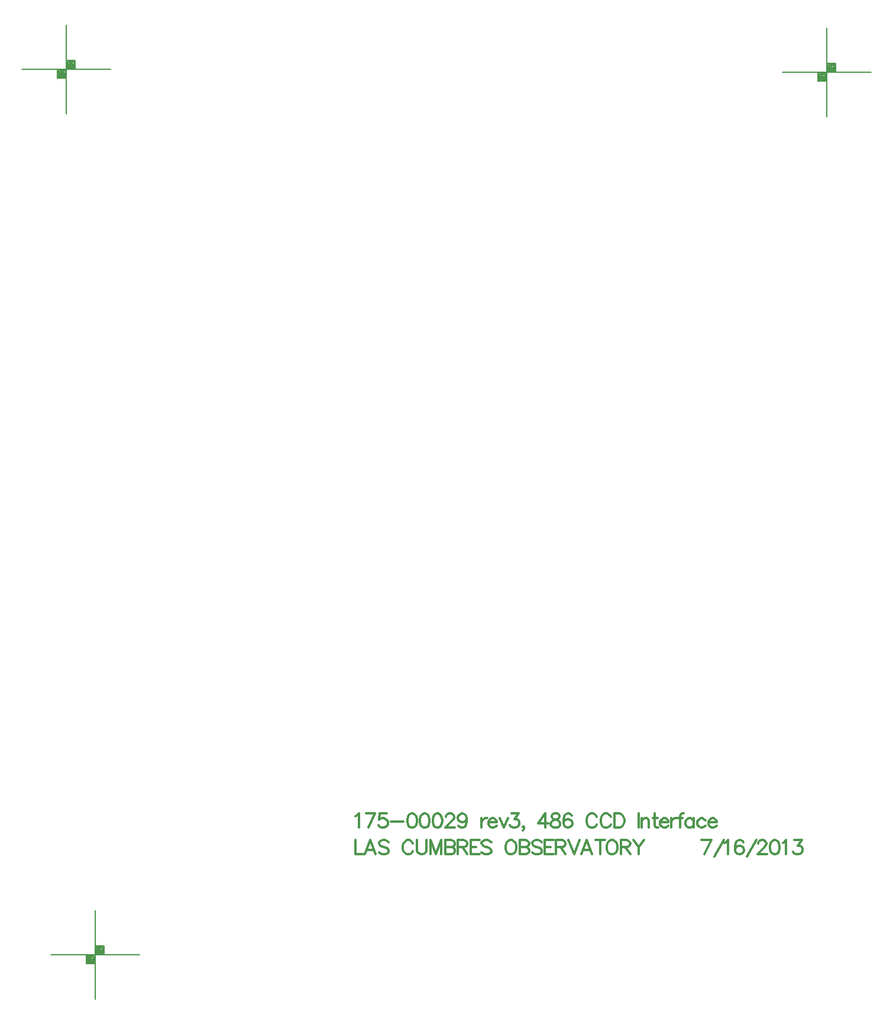
<source format=gtp>
%FSLAX23Y23*%
%MOIN*%
G70*
G01*
G75*
G04 Layer_Color=8421504*
%ADD10C,0.010*%
%ADD11C,0.008*%
%ADD12C,0.010*%
%ADD13C,0.012*%
%ADD14C,0.012*%
%ADD15C,0.012*%
%ADD16P,0.057X4X202.5*%
%ADD17C,0.040*%
%ADD18C,0.070*%
%ADD19R,0.070X0.070*%
%ADD20C,0.055*%
%ADD21C,0.035*%
%ADD22C,0.039*%
%ADD23C,0.071*%
%ADD24C,0.169*%
%ADD25C,0.047*%
%ADD26C,0.048*%
%ADD27C,0.024*%
%ADD28C,0.020*%
%ADD29C,0.010*%
%ADD30C,0.008*%
%ADD31R,0.078X0.048*%
%ADD32R,0.050X0.050*%
G04:AMPARAMS|DCode=33|XSize=59mil|YSize=118mil|CornerRadius=0mil|HoleSize=0mil|Usage=FLASHONLY|Rotation=315.000|XOffset=0mil|YOffset=0mil|HoleType=Round|Shape=Rectangle|*
%AMROTATEDRECTD33*
4,1,4,-0.063,-0.021,0.021,0.063,0.063,0.021,-0.021,-0.063,-0.063,-0.021,0.0*
%
%ADD33ROTATEDRECTD33*%

%ADD34R,0.010X0.035*%
%ADD35R,0.024X0.051*%
%ADD36R,0.048X0.078*%
%ADD37R,0.050X0.050*%
G04:AMPARAMS|DCode=38|XSize=59mil|YSize=118mil|CornerRadius=0mil|HoleSize=0mil|Usage=FLASHONLY|Rotation=225.000|XOffset=0mil|YOffset=0mil|HoleType=Round|Shape=Rectangle|*
%AMROTATEDRECTD38*
4,1,4,-0.021,0.063,0.063,-0.021,0.021,-0.063,-0.063,0.021,-0.021,0.063,0.0*
%
%ADD38ROTATEDRECTD38*%

%ADD39C,0.030*%
%ADD40C,0.007*%
%ADD41C,0.005*%
D11*
X18927Y13402D02*
X19427D01*
X19177Y13152D02*
Y13652D01*
X19227Y13402D02*
Y13452D01*
X19177D02*
X19227D01*
X19127Y13352D02*
Y13402D01*
Y13352D02*
X19177D01*
X19132Y13397D02*
X19172D01*
X19132Y13357D02*
Y13397D01*
Y13357D02*
X19172D01*
Y13397D01*
X19137Y13392D02*
X19167D01*
X19137Y13362D02*
Y13392D01*
Y13362D02*
X19167D01*
Y13387D01*
X19142D02*
X19162D01*
X19142Y13367D02*
Y13387D01*
Y13367D02*
X19162D01*
Y13382D01*
X19147D02*
X19157D01*
X19147Y13372D02*
Y13382D01*
Y13372D02*
X19157D01*
Y13382D01*
X19147Y13377D02*
X19157D01*
X19182Y13447D02*
X19222D01*
X19182Y13407D02*
Y13447D01*
Y13407D02*
X19222D01*
Y13447D01*
X19187Y13442D02*
X19217D01*
X19187Y13412D02*
Y13442D01*
Y13412D02*
X19217D01*
Y13437D01*
X19192D02*
X19212D01*
X19192Y13417D02*
Y13437D01*
Y13417D02*
X19212D01*
Y13432D01*
X19197D02*
X19207D01*
X19197Y13422D02*
Y13432D01*
Y13422D02*
X19207D01*
Y13432D01*
X19197Y13427D02*
X19207D01*
X18763Y18387D02*
X19263D01*
X19013Y18137D02*
Y18637D01*
X19063Y18387D02*
Y18437D01*
X19013D02*
X19063D01*
X18963Y18337D02*
Y18387D01*
Y18337D02*
X19013D01*
X18968Y18382D02*
X19008D01*
X18968Y18342D02*
Y18382D01*
Y18342D02*
X19008D01*
Y18382D01*
X18973Y18377D02*
X19003D01*
X18973Y18347D02*
Y18377D01*
Y18347D02*
X19003D01*
Y18372D01*
X18978D02*
X18998D01*
X18978Y18352D02*
Y18372D01*
Y18352D02*
X18998D01*
Y18367D01*
X18983D02*
X18993D01*
X18983Y18357D02*
Y18367D01*
Y18357D02*
X18993D01*
Y18367D01*
X18983Y18362D02*
X18993D01*
X19018Y18432D02*
X19058D01*
X19018Y18392D02*
Y18432D01*
Y18392D02*
X19058D01*
Y18432D01*
X19023Y18427D02*
X19053D01*
X19023Y18397D02*
Y18427D01*
Y18397D02*
X19053D01*
Y18422D01*
X19028D02*
X19048D01*
X19028Y18402D02*
Y18422D01*
Y18402D02*
X19048D01*
Y18417D01*
X19033D02*
X19043D01*
X19033Y18407D02*
Y18417D01*
Y18407D02*
X19043D01*
Y18417D01*
X19033Y18412D02*
X19043D01*
X23049Y18371D02*
X23549D01*
X23299Y18121D02*
Y18621D01*
X23349Y18371D02*
Y18421D01*
X23299D02*
X23349D01*
X23249Y18321D02*
Y18371D01*
Y18321D02*
X23299D01*
X23254Y18366D02*
X23294D01*
X23254Y18326D02*
Y18366D01*
Y18326D02*
X23294D01*
Y18366D01*
X23259Y18361D02*
X23289D01*
X23259Y18331D02*
Y18361D01*
Y18331D02*
X23289D01*
Y18356D01*
X23264D02*
X23284D01*
X23264Y18336D02*
Y18356D01*
Y18336D02*
X23284D01*
Y18351D01*
X23269D02*
X23279D01*
X23269Y18341D02*
Y18351D01*
Y18341D02*
X23279D01*
Y18351D01*
X23269Y18346D02*
X23279D01*
X23304Y18416D02*
X23344D01*
X23304Y18376D02*
Y18416D01*
Y18376D02*
X23344D01*
Y18416D01*
X23309Y18411D02*
X23339D01*
X23309Y18381D02*
Y18411D01*
Y18381D02*
X23339D01*
Y18406D01*
X23314D02*
X23334D01*
X23314Y18386D02*
Y18406D01*
Y18386D02*
X23334D01*
Y18401D01*
X23319D02*
X23329D01*
X23319Y18391D02*
Y18401D01*
Y18391D02*
X23329D01*
Y18401D01*
X23319Y18396D02*
X23329D01*
D14*
X20642Y14046D02*
Y13966D01*
X20688D01*
X20757D02*
X20727Y14046D01*
X20697Y13966D01*
X20708Y13992D02*
X20746D01*
X20829Y14034D02*
X20822Y14042D01*
X20810Y14046D01*
X20795D01*
X20784Y14042D01*
X20776Y14034D01*
Y14026D01*
X20780Y14019D01*
X20784Y14015D01*
X20791Y14011D01*
X20814Y14004D01*
X20822Y14000D01*
X20826Y13996D01*
X20829Y13988D01*
Y13977D01*
X20822Y13969D01*
X20810Y13966D01*
X20795D01*
X20784Y13969D01*
X20776Y13977D01*
X20967Y14026D02*
X20964Y14034D01*
X20956Y14042D01*
X20948Y14046D01*
X20933D01*
X20925Y14042D01*
X20918Y14034D01*
X20914Y14026D01*
X20910Y14015D01*
Y13996D01*
X20914Y13985D01*
X20918Y13977D01*
X20925Y13969D01*
X20933Y13966D01*
X20948D01*
X20956Y13969D01*
X20964Y13977D01*
X20967Y13985D01*
X20990Y14046D02*
Y13988D01*
X20994Y13977D01*
X21001Y13969D01*
X21013Y13966D01*
X21020D01*
X21032Y13969D01*
X21039Y13977D01*
X21043Y13988D01*
Y14046D01*
X21065D02*
Y13966D01*
Y14046D02*
X21096Y13966D01*
X21126Y14046D02*
X21096Y13966D01*
X21126Y14046D02*
Y13966D01*
X21149Y14046D02*
Y13966D01*
Y14046D02*
X21183D01*
X21195Y14042D01*
X21198Y14038D01*
X21202Y14030D01*
Y14023D01*
X21198Y14015D01*
X21195Y14011D01*
X21183Y14007D01*
X21149D02*
X21183D01*
X21195Y14004D01*
X21198Y14000D01*
X21202Y13992D01*
Y13981D01*
X21198Y13973D01*
X21195Y13969D01*
X21183Y13966D01*
X21149D01*
X21220Y14046D02*
Y13966D01*
Y14046D02*
X21254D01*
X21266Y14042D01*
X21270Y14038D01*
X21274Y14030D01*
Y14023D01*
X21270Y14015D01*
X21266Y14011D01*
X21254Y14007D01*
X21220D01*
X21247D02*
X21274Y13966D01*
X21341Y14046D02*
X21291D01*
Y13966D01*
X21341D01*
X21291Y14007D02*
X21322D01*
X21408Y14034D02*
X21400Y14042D01*
X21389Y14046D01*
X21373D01*
X21362Y14042D01*
X21354Y14034D01*
Y14026D01*
X21358Y14019D01*
X21362Y14015D01*
X21370Y14011D01*
X21392Y14004D01*
X21400Y14000D01*
X21404Y13996D01*
X21408Y13988D01*
Y13977D01*
X21400Y13969D01*
X21389Y13966D01*
X21373D01*
X21362Y13969D01*
X21354Y13977D01*
X21511Y14046D02*
X21504Y14042D01*
X21496Y14034D01*
X21492Y14026D01*
X21488Y14015D01*
Y13996D01*
X21492Y13985D01*
X21496Y13977D01*
X21504Y13969D01*
X21511Y13966D01*
X21526D01*
X21534Y13969D01*
X21542Y13977D01*
X21545Y13985D01*
X21549Y13996D01*
Y14015D01*
X21545Y14026D01*
X21542Y14034D01*
X21534Y14042D01*
X21526Y14046D01*
X21511D01*
X21568D02*
Y13966D01*
Y14046D02*
X21602D01*
X21614Y14042D01*
X21617Y14038D01*
X21621Y14030D01*
Y14023D01*
X21617Y14015D01*
X21614Y14011D01*
X21602Y14007D01*
X21568D02*
X21602D01*
X21614Y14004D01*
X21617Y14000D01*
X21621Y13992D01*
Y13981D01*
X21617Y13973D01*
X21614Y13969D01*
X21602Y13966D01*
X21568D01*
X21692Y14034D02*
X21685Y14042D01*
X21673Y14046D01*
X21658D01*
X21647Y14042D01*
X21639Y14034D01*
Y14026D01*
X21643Y14019D01*
X21647Y14015D01*
X21654Y14011D01*
X21677Y14004D01*
X21685Y14000D01*
X21689Y13996D01*
X21692Y13988D01*
Y13977D01*
X21685Y13969D01*
X21673Y13966D01*
X21658D01*
X21647Y13969D01*
X21639Y13977D01*
X21760Y14046D02*
X21710D01*
Y13966D01*
X21760D01*
X21710Y14007D02*
X21741D01*
X21773Y14046D02*
Y13966D01*
Y14046D02*
X21808D01*
X21819Y14042D01*
X21823Y14038D01*
X21827Y14030D01*
Y14023D01*
X21823Y14015D01*
X21819Y14011D01*
X21808Y14007D01*
X21773D01*
X21800D02*
X21827Y13966D01*
X21844Y14046D02*
X21875Y13966D01*
X21905Y14046D02*
X21875Y13966D01*
X21977D02*
X21946Y14046D01*
X21916Y13966D01*
X21927Y13992D02*
X21965D01*
X22022Y14046D02*
Y13966D01*
X21995Y14046D02*
X22049D01*
X22081D02*
X22073Y14042D01*
X22066Y14034D01*
X22062Y14026D01*
X22058Y14015D01*
Y13996D01*
X22062Y13985D01*
X22066Y13977D01*
X22073Y13969D01*
X22081Y13966D01*
X22096D01*
X22104Y13969D01*
X22111Y13977D01*
X22115Y13985D01*
X22119Y13996D01*
Y14015D01*
X22115Y14026D01*
X22111Y14034D01*
X22104Y14042D01*
X22096Y14046D01*
X22081D01*
X22138D02*
Y13966D01*
Y14046D02*
X22172D01*
X22183Y14042D01*
X22187Y14038D01*
X22191Y14030D01*
Y14023D01*
X22187Y14015D01*
X22183Y14011D01*
X22172Y14007D01*
X22138D01*
X22164D02*
X22191Y13966D01*
X22209Y14046D02*
X22239Y14007D01*
Y13966D01*
X22270Y14046D02*
X22239Y14007D01*
X22648Y14046D02*
X22610Y13966D01*
X22594Y14046D02*
X22648D01*
X22666Y13954D02*
X22719Y14046D01*
X22724Y14030D02*
X22732Y14034D01*
X22743Y14046D01*
Y13966D01*
X22829Y14034D02*
X22825Y14042D01*
X22813Y14046D01*
X22806D01*
X22794Y14042D01*
X22787Y14030D01*
X22783Y14011D01*
Y13992D01*
X22787Y13977D01*
X22794Y13969D01*
X22806Y13966D01*
X22810D01*
X22821Y13969D01*
X22829Y13977D01*
X22832Y13988D01*
Y13992D01*
X22829Y14004D01*
X22821Y14011D01*
X22810Y14015D01*
X22806D01*
X22794Y14011D01*
X22787Y14004D01*
X22783Y13992D01*
X22850Y13954D02*
X22903Y14046D01*
X22912Y14026D02*
Y14030D01*
X22916Y14038D01*
X22920Y14042D01*
X22928Y14046D01*
X22943D01*
X22951Y14042D01*
X22954Y14038D01*
X22958Y14030D01*
Y14023D01*
X22954Y14015D01*
X22947Y14004D01*
X22909Y13966D01*
X22962D01*
X23003Y14046D02*
X22991Y14042D01*
X22984Y14030D01*
X22980Y14011D01*
Y14000D01*
X22984Y13981D01*
X22991Y13969D01*
X23003Y13966D01*
X23010D01*
X23022Y13969D01*
X23029Y13981D01*
X23033Y14000D01*
Y14011D01*
X23029Y14030D01*
X23022Y14042D01*
X23010Y14046D01*
X23003D01*
X23051Y14030D02*
X23059Y14034D01*
X23070Y14046D01*
Y13966D01*
X23117Y14046D02*
X23159D01*
X23136Y14015D01*
X23148D01*
X23155Y14011D01*
X23159Y14007D01*
X23163Y13996D01*
Y13988D01*
X23159Y13977D01*
X23152Y13969D01*
X23140Y13966D01*
X23129D01*
X23117Y13969D01*
X23114Y13973D01*
X23110Y13981D01*
D15*
X20642Y14180D02*
X20650Y14184D01*
X20661Y14196D01*
Y14116D01*
X20754Y14196D02*
X20716Y14116D01*
X20701Y14196D02*
X20754D01*
X20818D02*
X20780D01*
X20776Y14161D01*
X20780Y14165D01*
X20791Y14169D01*
X20802D01*
X20814Y14165D01*
X20821Y14157D01*
X20825Y14146D01*
Y14138D01*
X20821Y14127D01*
X20814Y14119D01*
X20802Y14116D01*
X20791D01*
X20780Y14119D01*
X20776Y14123D01*
X20772Y14131D01*
X20843Y14150D02*
X20912D01*
X20958Y14196D02*
X20947Y14192D01*
X20939Y14180D01*
X20935Y14161D01*
Y14150D01*
X20939Y14131D01*
X20947Y14119D01*
X20958Y14116D01*
X20966D01*
X20977Y14119D01*
X20985Y14131D01*
X20989Y14150D01*
Y14161D01*
X20985Y14180D01*
X20977Y14192D01*
X20966Y14196D01*
X20958D01*
X21029D02*
X21018Y14192D01*
X21010Y14180D01*
X21007Y14161D01*
Y14150D01*
X21010Y14131D01*
X21018Y14119D01*
X21029Y14116D01*
X21037D01*
X21048Y14119D01*
X21056Y14131D01*
X21060Y14150D01*
Y14161D01*
X21056Y14180D01*
X21048Y14192D01*
X21037Y14196D01*
X21029D01*
X21101D02*
X21089Y14192D01*
X21082Y14180D01*
X21078Y14161D01*
Y14150D01*
X21082Y14131D01*
X21089Y14119D01*
X21101Y14116D01*
X21108D01*
X21120Y14119D01*
X21127Y14131D01*
X21131Y14150D01*
Y14161D01*
X21127Y14180D01*
X21120Y14192D01*
X21108Y14196D01*
X21101D01*
X21153Y14176D02*
Y14180D01*
X21157Y14188D01*
X21160Y14192D01*
X21168Y14196D01*
X21183D01*
X21191Y14192D01*
X21195Y14188D01*
X21198Y14180D01*
Y14173D01*
X21195Y14165D01*
X21187Y14154D01*
X21149Y14116D01*
X21202D01*
X21270Y14169D02*
X21266Y14157D01*
X21258Y14150D01*
X21247Y14146D01*
X21243D01*
X21232Y14150D01*
X21224Y14157D01*
X21220Y14169D01*
Y14173D01*
X21224Y14184D01*
X21232Y14192D01*
X21243Y14196D01*
X21247D01*
X21258Y14192D01*
X21266Y14184D01*
X21270Y14169D01*
Y14150D01*
X21266Y14131D01*
X21258Y14119D01*
X21247Y14116D01*
X21239D01*
X21228Y14119D01*
X21224Y14127D01*
X21354Y14169D02*
Y14116D01*
Y14146D02*
X21358Y14157D01*
X21366Y14165D01*
X21373Y14169D01*
X21385D01*
X21392Y14146D02*
X21438D01*
Y14154D01*
X21434Y14161D01*
X21430Y14165D01*
X21422Y14169D01*
X21411D01*
X21403Y14165D01*
X21396Y14157D01*
X21392Y14146D01*
Y14138D01*
X21396Y14127D01*
X21403Y14119D01*
X21411Y14116D01*
X21422D01*
X21430Y14119D01*
X21438Y14127D01*
X21455Y14169D02*
X21478Y14116D01*
X21501Y14169D02*
X21478Y14116D01*
X21521Y14196D02*
X21563D01*
X21540Y14165D01*
X21552D01*
X21559Y14161D01*
X21563Y14157D01*
X21567Y14146D01*
Y14138D01*
X21563Y14127D01*
X21555Y14119D01*
X21544Y14116D01*
X21533D01*
X21521Y14119D01*
X21517Y14123D01*
X21513Y14131D01*
X21592Y14119D02*
X21589Y14116D01*
X21585Y14119D01*
X21589Y14123D01*
X21592Y14119D01*
Y14112D01*
X21589Y14104D01*
X21585Y14100D01*
X21711Y14196D02*
X21673Y14142D01*
X21730D01*
X21711Y14196D02*
Y14116D01*
X21763Y14196D02*
X21752Y14192D01*
X21748Y14184D01*
Y14176D01*
X21752Y14169D01*
X21759Y14165D01*
X21774Y14161D01*
X21786Y14157D01*
X21793Y14150D01*
X21797Y14142D01*
Y14131D01*
X21793Y14123D01*
X21790Y14119D01*
X21778Y14116D01*
X21763D01*
X21752Y14119D01*
X21748Y14123D01*
X21744Y14131D01*
Y14142D01*
X21748Y14150D01*
X21755Y14157D01*
X21767Y14161D01*
X21782Y14165D01*
X21790Y14169D01*
X21793Y14176D01*
Y14184D01*
X21790Y14192D01*
X21778Y14196D01*
X21763D01*
X21861Y14184D02*
X21857Y14192D01*
X21846Y14196D01*
X21838D01*
X21827Y14192D01*
X21819Y14180D01*
X21815Y14161D01*
Y14142D01*
X21819Y14127D01*
X21827Y14119D01*
X21838Y14116D01*
X21842D01*
X21853Y14119D01*
X21861Y14127D01*
X21865Y14138D01*
Y14142D01*
X21861Y14154D01*
X21853Y14161D01*
X21842Y14165D01*
X21838D01*
X21827Y14161D01*
X21819Y14154D01*
X21815Y14142D01*
X22002Y14176D02*
X21998Y14184D01*
X21991Y14192D01*
X21983Y14196D01*
X21968D01*
X21960Y14192D01*
X21953Y14184D01*
X21949Y14176D01*
X21945Y14165D01*
Y14146D01*
X21949Y14135D01*
X21953Y14127D01*
X21960Y14119D01*
X21968Y14116D01*
X21983D01*
X21991Y14119D01*
X21998Y14127D01*
X22002Y14135D01*
X22082Y14176D02*
X22078Y14184D01*
X22070Y14192D01*
X22063Y14196D01*
X22047D01*
X22040Y14192D01*
X22032Y14184D01*
X22028Y14176D01*
X22025Y14165D01*
Y14146D01*
X22028Y14135D01*
X22032Y14127D01*
X22040Y14119D01*
X22047Y14116D01*
X22063D01*
X22070Y14119D01*
X22078Y14127D01*
X22082Y14135D01*
X22104Y14196D02*
Y14116D01*
Y14196D02*
X22131D01*
X22142Y14192D01*
X22150Y14184D01*
X22154Y14176D01*
X22158Y14165D01*
Y14146D01*
X22154Y14135D01*
X22150Y14127D01*
X22142Y14119D01*
X22131Y14116D01*
X22104D01*
X22238Y14196D02*
Y14116D01*
X22255Y14169D02*
Y14116D01*
Y14154D02*
X22266Y14165D01*
X22274Y14169D01*
X22286D01*
X22293Y14165D01*
X22297Y14154D01*
Y14116D01*
X22329Y14196D02*
Y14131D01*
X22333Y14119D01*
X22341Y14116D01*
X22348D01*
X22318Y14169D02*
X22345D01*
X22360Y14146D02*
X22405D01*
Y14154D01*
X22402Y14161D01*
X22398Y14165D01*
X22390Y14169D01*
X22379D01*
X22371Y14165D01*
X22364Y14157D01*
X22360Y14146D01*
Y14138D01*
X22364Y14127D01*
X22371Y14119D01*
X22379Y14116D01*
X22390D01*
X22398Y14119D01*
X22405Y14127D01*
X22423Y14169D02*
Y14116D01*
Y14146D02*
X22426Y14157D01*
X22434Y14165D01*
X22442Y14169D01*
X22453D01*
X22491Y14196D02*
X22483D01*
X22476Y14192D01*
X22472Y14180D01*
Y14116D01*
X22460Y14169D02*
X22487D01*
X22548D02*
Y14116D01*
Y14157D02*
X22540Y14165D01*
X22533Y14169D01*
X22521D01*
X22514Y14165D01*
X22506Y14157D01*
X22502Y14146D01*
Y14138D01*
X22506Y14127D01*
X22514Y14119D01*
X22521Y14116D01*
X22533D01*
X22540Y14119D01*
X22548Y14127D01*
X22615Y14157D02*
X22607Y14165D01*
X22600Y14169D01*
X22588D01*
X22581Y14165D01*
X22573Y14157D01*
X22569Y14146D01*
Y14138D01*
X22573Y14127D01*
X22581Y14119D01*
X22588Y14116D01*
X22600D01*
X22607Y14119D01*
X22615Y14127D01*
X22632Y14146D02*
X22678D01*
Y14154D01*
X22674Y14161D01*
X22670Y14165D01*
X22663Y14169D01*
X22651D01*
X22644Y14165D01*
X22636Y14157D01*
X22632Y14146D01*
Y14138D01*
X22636Y14127D01*
X22644Y14119D01*
X22651Y14116D01*
X22663D01*
X22670Y14119D01*
X22678Y14127D01*
M02*

</source>
